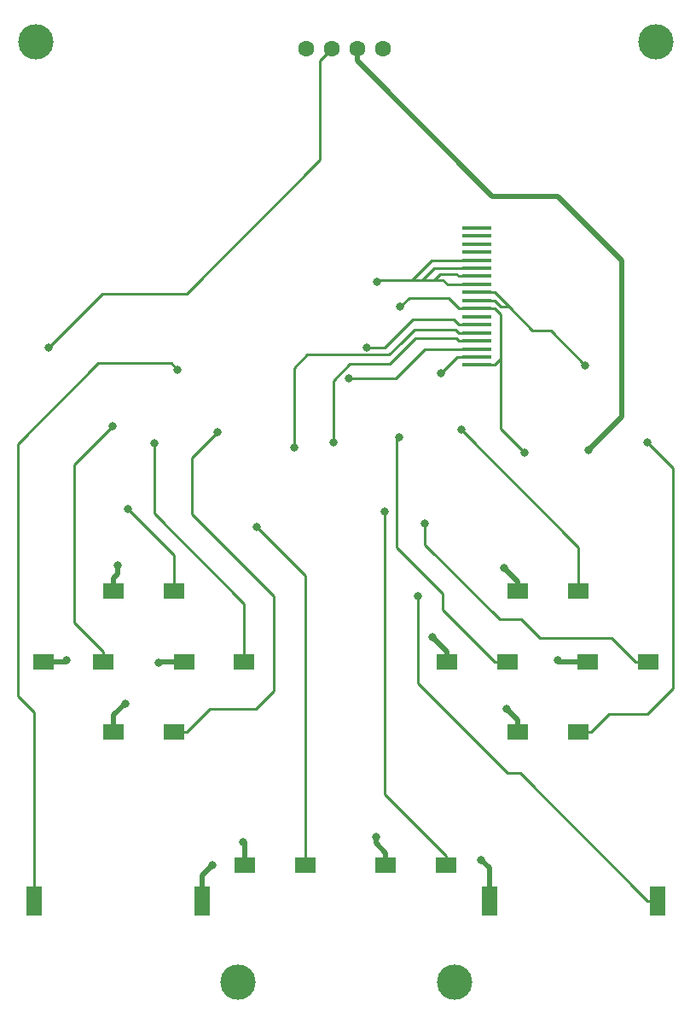
<source format=gbr>
G04 #@! TF.GenerationSoftware,KiCad,Pcbnew,5.0.2+dfsg1-1~bpo9+1*
G04 #@! TF.CreationDate,2019-01-24T11:26:08+00:00*
G04 #@! TF.ProjectId,zeroboy_new_front,7a65726f-626f-4795-9f6e-65775f66726f,rev?*
G04 #@! TF.SameCoordinates,Original*
G04 #@! TF.FileFunction,Copper,L1,Top*
G04 #@! TF.FilePolarity,Positive*
%FSLAX46Y46*%
G04 Gerber Fmt 4.6, Leading zero omitted, Abs format (unit mm)*
G04 Created by KiCad (PCBNEW 5.0.2+dfsg1-1~bpo9+1) date Thu 24 Jan 2019 11:26:08 GMT*
%MOMM*%
%LPD*%
G01*
G04 APERTURE LIST*
G04 #@! TA.AperFunction,SMDPad,CuDef*
%ADD10R,2.000000X1.500000*%
G04 #@! TD*
G04 #@! TA.AperFunction,ComponentPad*
%ADD11C,3.500000*%
G04 #@! TD*
G04 #@! TA.AperFunction,SMDPad,CuDef*
%ADD12R,3.000000X0.400000*%
G04 #@! TD*
G04 #@! TA.AperFunction,SMDPad,CuDef*
%ADD13R,1.524000X3.000000*%
G04 #@! TD*
G04 #@! TA.AperFunction,ComponentPad*
%ADD14C,1.600000*%
G04 #@! TD*
G04 #@! TA.AperFunction,ViaPad*
%ADD15C,0.800000*%
G04 #@! TD*
G04 #@! TA.AperFunction,Conductor*
%ADD16C,0.250000*%
G04 #@! TD*
G04 #@! TA.AperFunction,Conductor*
%ADD17C,0.500000*%
G04 #@! TD*
G04 APERTURE END LIST*
D10*
G04 #@! TO.P,SW7,2*
G04 #@! TO.N,Net-(J1-Pad6)*
X130810000Y-107886500D03*
G04 #@! TO.P,SW7,1*
G04 #@! TO.N,Net-(J1-Pad35)*
X136779000Y-107886500D03*
G04 #@! TD*
D11*
G04 #@! TO.P,U6,1*
G04 #@! TO.N,Net-(U6-Pad1)*
X157632400Y-139623800D03*
G04 #@! TD*
D12*
G04 #@! TO.P,U1,1*
G04 #@! TO.N,Net-(J1-Pad6)*
X159865060Y-78465680D03*
G04 #@! TO.P,U1,2*
G04 #@! TO.N,Net-(J1-Pad13)*
X159865060Y-77665580D03*
G04 #@! TO.P,U1,3*
G04 #@! TO.N,Net-(J1-Pad23)*
X159865060Y-76865480D03*
G04 #@! TO.P,U1,4*
G04 #@! TO.N,Net-(J1-Pad22)*
X159865060Y-76065380D03*
G04 #@! TO.P,U1,5*
G04 #@! TO.N,Net-(J1-Pad24)*
X159865060Y-75265280D03*
G04 #@! TO.P,U1,6*
G04 #@! TO.N,Net-(J1-Pad19)*
X159865060Y-74465180D03*
G04 #@! TO.P,U1,7*
G04 #@! TO.N,Net-(U1-Pad7)*
X159865060Y-73665080D03*
G04 #@! TO.P,U1,8*
G04 #@! TO.N,Net-(J1-Pad6)*
X159865060Y-72864980D03*
G04 #@! TO.P,U1,9*
G04 #@! TO.N,Net-(J1-Pad1)*
X159865060Y-72064880D03*
G04 #@! TO.P,U1,10*
X159865060Y-71264780D03*
G04 #@! TO.P,U1,11*
G04 #@! TO.N,Net-(R1-Pad1)*
X159865060Y-70464680D03*
G04 #@! TO.P,U1,12*
X159865060Y-69664580D03*
G04 #@! TO.P,U1,13*
X159865060Y-68864480D03*
G04 #@! TO.P,U1,14*
X159865060Y-68064380D03*
G04 #@! TO.P,U1,15*
G04 #@! TO.N,Net-(U1-Pad15)*
X159865060Y-67264280D03*
G04 #@! TO.P,U1,16*
G04 #@! TO.N,Net-(U1-Pad16)*
X159865060Y-66464180D03*
G04 #@! TO.P,U1,17*
G04 #@! TO.N,Net-(U1-Pad17)*
X159865060Y-65664080D03*
G04 #@! TO.P,U1,18*
G04 #@! TO.N,Net-(U1-Pad18)*
X159865060Y-64863980D03*
G04 #@! TD*
D13*
G04 #@! TO.P,LS1,1*
G04 #@! TO.N,Net-(J1-Pad33)*
X115887500Y-131635500D03*
G04 #@! TO.P,LS1,2*
G04 #@! TO.N,Net-(J1-Pad6)*
X132588000Y-131635500D03*
G04 #@! TD*
D10*
G04 #@! TO.P,SW2,1*
G04 #@! TO.N,Net-(J1-Pad11)*
X169926000Y-100901500D03*
G04 #@! TO.P,SW2,2*
G04 #@! TO.N,Net-(J1-Pad6)*
X163957000Y-100901500D03*
G04 #@! TD*
G04 #@! TO.P,SW3,1*
G04 #@! TO.N,Net-(J1-Pad38)*
X129794000Y-100838000D03*
G04 #@! TO.P,SW3,2*
G04 #@! TO.N,Net-(J1-Pad6)*
X123825000Y-100838000D03*
G04 #@! TD*
G04 #@! TO.P,SW4,2*
G04 #@! TO.N,Net-(J1-Pad6)*
X123825000Y-114871500D03*
G04 #@! TO.P,SW4,1*
G04 #@! TO.N,Net-(J1-Pad29)*
X129794000Y-114871500D03*
G04 #@! TD*
G04 #@! TO.P,SW5,1*
G04 #@! TO.N,Net-(J1-Pad7)*
X169926000Y-114871500D03*
G04 #@! TO.P,SW5,2*
G04 #@! TO.N,Net-(J1-Pad6)*
X163957000Y-114871500D03*
G04 #@! TD*
G04 #@! TO.P,SW8,2*
G04 #@! TO.N,Net-(J1-Pad6)*
X136842500Y-128079500D03*
G04 #@! TO.P,SW8,1*
G04 #@! TO.N,Net-(J1-Pad32)*
X142811500Y-128079500D03*
G04 #@! TD*
G04 #@! TO.P,SW9,2*
G04 #@! TO.N,Net-(J1-Pad6)*
X156908500Y-107886500D03*
G04 #@! TO.P,SW9,1*
G04 #@! TO.N,Net-(J1-Pad15)*
X162877500Y-107886500D03*
G04 #@! TD*
G04 #@! TO.P,SW10,1*
G04 #@! TO.N,Net-(J1-Pad18)*
X156781500Y-128079500D03*
G04 #@! TO.P,SW10,2*
G04 #@! TO.N,Net-(J1-Pad6)*
X150812500Y-128079500D03*
G04 #@! TD*
G04 #@! TO.P,SW11,1*
G04 #@! TO.N,Net-(J1-Pad37)*
X122809000Y-107886500D03*
G04 #@! TO.P,SW11,2*
G04 #@! TO.N,Net-(J1-Pad6)*
X116840000Y-107886500D03*
G04 #@! TD*
G04 #@! TO.P,SW12,2*
G04 #@! TO.N,Net-(J1-Pad6)*
X170878500Y-107886500D03*
G04 #@! TO.P,SW12,1*
G04 #@! TO.N,Net-(J1-Pad16)*
X176847500Y-107886500D03*
G04 #@! TD*
D14*
G04 #@! TO.P,U2,1*
G04 #@! TO.N,Net-(J1-Pad31)*
X142900400Y-47142400D03*
G04 #@! TO.P,U2,2*
G04 #@! TO.N,Net-(J1-Pad40)*
X145440400Y-47142400D03*
G04 #@! TO.P,U2,3*
G04 #@! TO.N,Net-(J1-Pad2)*
X147980400Y-47142400D03*
G04 #@! TO.P,U2,4*
G04 #@! TO.N,Net-(J1-Pad6)*
X150520400Y-47142400D03*
G04 #@! TD*
D13*
G04 #@! TO.P,LS2,1*
G04 #@! TO.N,Net-(J1-Pad12)*
X177800000Y-131572000D03*
G04 #@! TO.P,LS2,2*
G04 #@! TO.N,Net-(J1-Pad6)*
X161099500Y-131572000D03*
G04 #@! TD*
D11*
G04 #@! TO.P,U3,1*
G04 #@! TO.N,Net-(U3-Pad1)*
X177673000Y-46418500D03*
G04 #@! TD*
G04 #@! TO.P,U5,1*
G04 #@! TO.N,Net-(U5-Pad1)*
X116078000Y-46418500D03*
G04 #@! TD*
G04 #@! TO.P,U4,1*
G04 #@! TO.N,Net-(U4-Pad1)*
X136144000Y-139623800D03*
G04 #@! TD*
D15*
G04 #@! TO.N,Net-(J1-Pad1)*
X170624500Y-78486000D03*
G04 #@! TO.N,Net-(J1-Pad2)*
X170942000Y-86868000D03*
G04 #@! TO.N,Net-(J1-Pad7)*
X176784000Y-86106000D03*
G04 #@! TO.N,Net-(J1-Pad11)*
X158305500Y-84899500D03*
G04 #@! TO.N,Net-(J1-Pad12)*
X153987500Y-101409500D03*
G04 #@! TO.N,Net-(J1-Pad13)*
X156273500Y-79311500D03*
G04 #@! TO.N,Net-(J1-Pad15)*
X152146000Y-85598000D03*
G04 #@! TO.N,Net-(J1-Pad16)*
X154686000Y-94170500D03*
G04 #@! TO.N,Net-(J1-Pad18)*
X150685500Y-92964000D03*
G04 #@! TO.N,Net-(J1-Pad19)*
X148971000Y-76708000D03*
G04 #@! TO.N,Net-(J1-Pad22)*
X145605500Y-86169500D03*
G04 #@! TO.N,Net-(J1-Pad23)*
X147193000Y-79756000D03*
G04 #@! TO.N,Net-(J1-Pad24)*
X141732000Y-86614000D03*
G04 #@! TO.N,Net-(J1-Pad29)*
X134112000Y-85090000D03*
G04 #@! TO.N,Net-(J1-Pad32)*
X137985500Y-94488000D03*
G04 #@! TO.N,Net-(J1-Pad33)*
X130175000Y-78930500D03*
G04 #@! TO.N,Net-(J1-Pad35)*
X127825500Y-86233000D03*
G04 #@! TO.N,Net-(J1-Pad37)*
X123698000Y-84518500D03*
G04 #@! TO.N,Net-(J1-Pad38)*
X125222000Y-92710000D03*
G04 #@! TO.N,Net-(J1-Pad40)*
X117348000Y-76708000D03*
G04 #@! TO.N,Net-(R1-Pad1)*
X150006500Y-70219000D03*
G04 #@! TO.N,Net-(J1-Pad6)*
X152273000Y-72707500D03*
X164592000Y-87122000D03*
X160274000Y-127508000D03*
X136652000Y-125730000D03*
X149860000Y-125222000D03*
X124968000Y-112014000D03*
X128270000Y-107950000D03*
X119126000Y-107696000D03*
X124206000Y-98298000D03*
X133604000Y-128016000D03*
X162814000Y-112522000D03*
X167894000Y-107696000D03*
X155448000Y-105410000D03*
X162560000Y-98552000D03*
G04 #@! TD*
D16*
G04 #@! TO.N,Net-(J1-Pad1)*
X159865060Y-71264780D02*
X161615060Y-71264780D01*
X167195500Y-75057000D02*
X170624500Y-78486000D01*
X165407280Y-75057000D02*
X167195500Y-75057000D01*
X162257680Y-72707500D02*
X163057780Y-72707500D01*
X161615060Y-72064880D02*
X162257680Y-72707500D01*
X159865060Y-72064880D02*
X161615060Y-72064880D01*
X161615060Y-71264780D02*
X163057780Y-72707500D01*
X163057780Y-72707500D02*
X165407280Y-75057000D01*
D17*
G04 #@! TO.N,Net-(J1-Pad2)*
X147980400Y-48273770D02*
X161428630Y-61722000D01*
X147980400Y-47142400D02*
X147980400Y-48273770D01*
X161428630Y-61722000D02*
X167894000Y-61722000D01*
X167894000Y-61722000D02*
X174244000Y-68072000D01*
X174244000Y-83566000D02*
X170942000Y-86868000D01*
X174244000Y-68072000D02*
X174244000Y-83566000D01*
D16*
G04 #@! TO.N,Net-(J1-Pad7)*
X171176000Y-114871500D02*
X173017500Y-113030000D01*
X169926000Y-114871500D02*
X171176000Y-114871500D01*
X173017500Y-113030000D02*
X176784000Y-113030000D01*
X176784000Y-113030000D02*
X179324000Y-110490000D01*
X179324000Y-88646000D02*
X176784000Y-86106000D01*
X179324000Y-110490000D02*
X179324000Y-88646000D01*
G04 #@! TO.N,Net-(J1-Pad11)*
X169926000Y-96520000D02*
X158305500Y-84899500D01*
X169926000Y-100901500D02*
X169926000Y-96520000D01*
G04 #@! TO.N,Net-(J1-Pad12)*
X176788000Y-131572000D02*
X164151500Y-118935500D01*
X177800000Y-131572000D02*
X176788000Y-131572000D01*
X164151500Y-118935500D02*
X162941000Y-118935500D01*
X153987500Y-109982000D02*
X153987500Y-101409500D01*
X162941000Y-118935500D02*
X153987500Y-109982000D01*
G04 #@! TO.N,Net-(J1-Pad13)*
X157919420Y-77665580D02*
X156273500Y-79311500D01*
X159865060Y-77665580D02*
X157919420Y-77665580D01*
G04 #@! TO.N,Net-(J1-Pad15)*
X161627500Y-107886500D02*
X156464000Y-102723000D01*
X162877500Y-107886500D02*
X161627500Y-107886500D01*
X156464000Y-102723000D02*
X156464000Y-101092000D01*
X156464000Y-101092000D02*
X151892000Y-96520000D01*
X151892000Y-85852000D02*
X152146000Y-85598000D01*
X151892000Y-96520000D02*
X151892000Y-85852000D01*
G04 #@! TO.N,Net-(J1-Pad16)*
X175597500Y-107886500D02*
X173248000Y-105537000D01*
X176847500Y-107886500D02*
X175597500Y-107886500D01*
X173248000Y-105537000D02*
X166116000Y-105537000D01*
X164274500Y-103695500D02*
X162115500Y-103695500D01*
X166116000Y-105537000D02*
X164274500Y-103695500D01*
X154686000Y-96266000D02*
X154686000Y-94170500D01*
X162115500Y-103695500D02*
X154686000Y-96266000D01*
G04 #@! TO.N,Net-(J1-Pad18)*
X156781500Y-128079500D02*
X156781500Y-127079500D01*
X150685500Y-103998502D02*
X150685500Y-92964000D01*
X156781500Y-127079500D02*
X150685500Y-120983500D01*
X150685500Y-120983500D02*
X150685500Y-103998502D01*
G04 #@! TO.N,Net-(J1-Pad19)*
X158115060Y-74465180D02*
X157627380Y-73977500D01*
X159865060Y-74465180D02*
X158115060Y-74465180D01*
X157627380Y-73977500D02*
X153479500Y-73977500D01*
X153479500Y-73977500D02*
X150749000Y-76708000D01*
X150749000Y-76708000D02*
X148971000Y-76708000D01*
G04 #@! TO.N,Net-(J1-Pad22)*
X158115060Y-76065380D02*
X157868680Y-75819000D01*
X159865060Y-76065380D02*
X158115060Y-76065380D01*
X157868680Y-75819000D02*
X153797000Y-75819000D01*
X153797000Y-75819000D02*
X151257000Y-78359000D01*
X151257000Y-78359000D02*
X147256500Y-78359000D01*
X145605500Y-80010000D02*
X145605500Y-86169500D01*
X147256500Y-78359000D02*
X145605500Y-80010000D01*
G04 #@! TO.N,Net-(J1-Pad23)*
X159865060Y-76865480D02*
X154719020Y-76865480D01*
X151828500Y-79756000D02*
X147193000Y-79756000D01*
X154719020Y-76865480D02*
X151828500Y-79756000D01*
G04 #@! TO.N,Net-(J1-Pad24)*
X158115060Y-75265280D02*
X157779780Y-74930000D01*
X159865060Y-75265280D02*
X158115060Y-75265280D01*
X157779780Y-74930000D02*
X153670000Y-74930000D01*
X153670000Y-74930000D02*
X152400000Y-76200000D01*
X151166999Y-77433001D02*
X143038999Y-77433001D01*
X152400000Y-76200000D02*
X151166999Y-77433001D01*
X141732000Y-78740000D02*
X141732000Y-86614000D01*
X143038999Y-77433001D02*
X141732000Y-78740000D01*
G04 #@! TO.N,Net-(J1-Pad29)*
X131044000Y-114871500D02*
X133393500Y-112522000D01*
X129794000Y-114871500D02*
X131044000Y-114871500D01*
X133393500Y-112522000D02*
X137922000Y-112522000D01*
X137922000Y-112522000D02*
X139700000Y-110744000D01*
X139700000Y-110744000D02*
X139700000Y-101346000D01*
X139700000Y-101346000D02*
X131572000Y-93218000D01*
X131572000Y-87630000D02*
X134112000Y-85090000D01*
X131572000Y-93218000D02*
X131572000Y-87630000D01*
G04 #@! TO.N,Net-(J1-Pad32)*
X142811500Y-99314000D02*
X137985500Y-94488000D01*
X142811500Y-128079500D02*
X142811500Y-99314000D01*
G04 #@! TO.N,Net-(J1-Pad33)*
X122301000Y-78295500D02*
X129540000Y-78295500D01*
X129540000Y-78295500D02*
X130175000Y-78930500D01*
X114300000Y-86296500D02*
X122301000Y-78295500D01*
X114300000Y-111315500D02*
X114300000Y-86296500D01*
X115887500Y-112903000D02*
X114300000Y-111315500D01*
X115887500Y-131635500D02*
X115887500Y-112903000D01*
G04 #@! TO.N,Net-(J1-Pad35)*
X136779000Y-107886500D02*
X136779000Y-102108000D01*
X127825500Y-93154500D02*
X127825500Y-86233000D01*
X136779000Y-102108000D02*
X127825500Y-93154500D01*
G04 #@! TO.N,Net-(J1-Pad37)*
X122809000Y-106886500D02*
X119888000Y-103965500D01*
X122809000Y-107886500D02*
X122809000Y-106886500D01*
X119888000Y-88328500D02*
X123698000Y-84518500D01*
X119888000Y-103965500D02*
X119888000Y-88328500D01*
G04 #@! TO.N,Net-(J1-Pad38)*
X129794000Y-97282000D02*
X125222000Y-92710000D01*
X129794000Y-100838000D02*
X129794000Y-97282000D01*
G04 #@! TO.N,Net-(J1-Pad40)*
X144315399Y-48267401D02*
X144315399Y-58122601D01*
X145440400Y-47142400D02*
X144315399Y-48267401D01*
X144315399Y-58122601D02*
X131064000Y-71374000D01*
X122682000Y-71374000D02*
X117348000Y-76708000D01*
X131064000Y-71374000D02*
X122682000Y-71374000D01*
G04 #@! TO.N,Net-(R1-Pad1)*
X156959300Y-70464680D02*
X159865060Y-70464680D01*
X156505859Y-70011239D02*
X156959300Y-70464680D01*
X158115060Y-69664580D02*
X157866140Y-69415660D01*
X159865060Y-69664580D02*
X158115060Y-69664580D01*
X157866140Y-69415660D02*
X156246779Y-69415660D01*
X156246779Y-69415660D02*
X155651200Y-70011239D01*
X155651200Y-70011239D02*
X156505859Y-70011239D01*
X158115060Y-68864480D02*
X158112520Y-68867020D01*
X159865060Y-68864480D02*
X158115060Y-68864480D01*
X158112520Y-68867020D02*
X155634639Y-68867020D01*
X154490420Y-70011239D02*
X155651200Y-70011239D01*
X155634639Y-68867020D02*
X154490420Y-70011239D01*
X158115060Y-68064380D02*
X158109980Y-68059300D01*
X159865060Y-68064380D02*
X158115060Y-68064380D01*
X155375559Y-68059300D02*
X153423620Y-70011239D01*
X153423620Y-70011239D02*
X154490420Y-70011239D01*
X158109980Y-68059300D02*
X155375559Y-68059300D01*
X153423620Y-70011239D02*
X152548739Y-70011239D01*
X150214261Y-70011239D02*
X150006500Y-70219000D01*
X152548739Y-70011239D02*
X150214261Y-70011239D01*
G04 #@! TO.N,Net-(J1-Pad6)*
X161615060Y-72864980D02*
X162219580Y-73469500D01*
X159865060Y-72864980D02*
X161615060Y-72864980D01*
X161615060Y-78465680D02*
X159865060Y-78465680D01*
X162219580Y-77861160D02*
X161615060Y-78465680D01*
X162219580Y-73469500D02*
X162219580Y-77861160D01*
X158115060Y-72864980D02*
X157068580Y-71818500D01*
X159865060Y-72864980D02*
X158115060Y-72864980D01*
X153162000Y-71818500D02*
X152273000Y-72707500D01*
X157068580Y-71818500D02*
X153162000Y-71818500D01*
X162219580Y-84749580D02*
X164592000Y-87122000D01*
X162219580Y-77861160D02*
X162219580Y-84749580D01*
D17*
X161099500Y-128333500D02*
X160274000Y-127508000D01*
X161099500Y-131572000D02*
X161099500Y-128333500D01*
X136842500Y-125920500D02*
X136652000Y-125730000D01*
X136842500Y-128079500D02*
X136842500Y-125920500D01*
X150812500Y-126829500D02*
X149860000Y-125877000D01*
X150812500Y-128079500D02*
X150812500Y-126829500D01*
X149860000Y-125877000D02*
X149860000Y-125222000D01*
X123825000Y-113157000D02*
X124968000Y-112014000D01*
X123825000Y-114871500D02*
X123825000Y-113157000D01*
X128333500Y-107886500D02*
X128270000Y-107950000D01*
X130810000Y-107886500D02*
X128333500Y-107886500D01*
X118935500Y-107886500D02*
X119126000Y-107696000D01*
X116840000Y-107886500D02*
X118935500Y-107886500D01*
X123825000Y-99588000D02*
X124206000Y-99207000D01*
X123825000Y-100838000D02*
X123825000Y-99588000D01*
X124206000Y-99207000D02*
X124206000Y-98298000D01*
X132588000Y-129032000D02*
X133604000Y-128016000D01*
X132588000Y-131635500D02*
X132588000Y-129032000D01*
X163957000Y-113665000D02*
X162814000Y-112522000D01*
X163957000Y-114871500D02*
X163957000Y-113665000D01*
X168084500Y-107886500D02*
X167894000Y-107696000D01*
X170878500Y-107886500D02*
X168084500Y-107886500D01*
X156908500Y-106870500D02*
X155448000Y-105410000D01*
X156908500Y-107886500D02*
X156908500Y-106870500D01*
X163957000Y-99949000D02*
X162560000Y-98552000D01*
X163957000Y-100901500D02*
X163957000Y-99949000D01*
G04 #@! TD*
M02*

</source>
